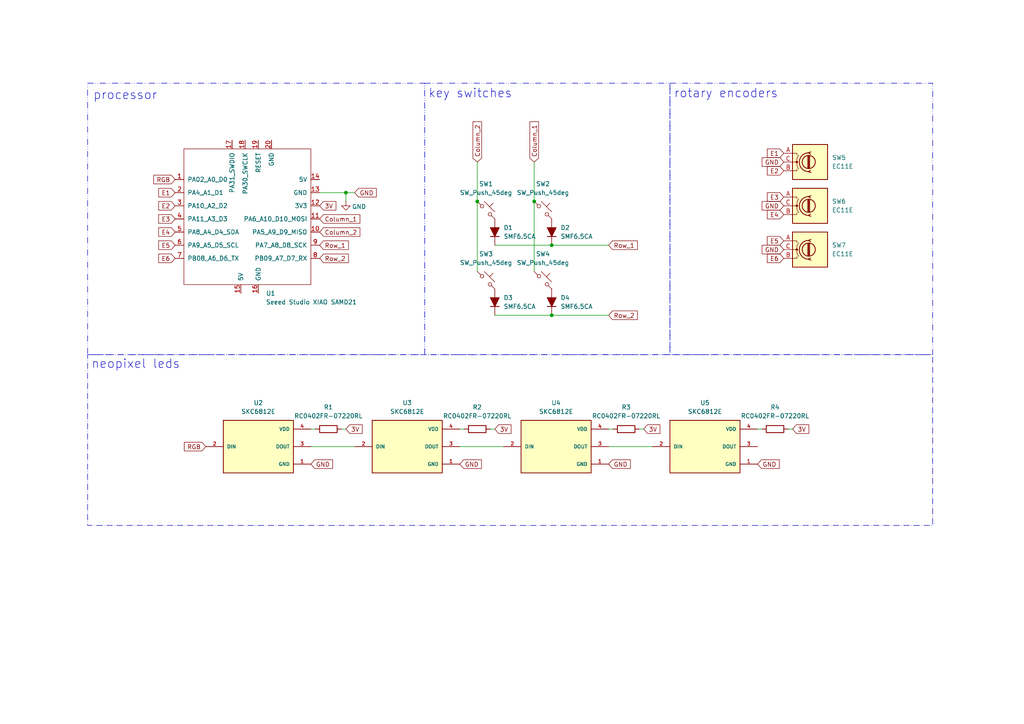
<source format=kicad_sch>
(kicad_sch (version 20231120) (generator "eeschema") (generator_version "8.0")
  (paper "A4")
  (lib_symbols
    (symbol "Device:D_Filled" (pin_numbers hide) (pin_names (offset 1.016) hide)
      (property "Reference" "D" (at 0 2.54 0))
      (property "Value" "D_Filled" (at 0 -2.54 0))
      (symbol "D_Filled_0_1"
        (polyline (pts (xy -1.27 1.27) (xy -1.27 -1.27)) (stroke (width 0.254)))
        (polyline (pts (xy 1.27 0) (xy -1.27 0)))
        (polyline (pts (xy 1.27 1.27) (xy 1.27 -1.27) (xy -1.27 0) (xy 1.27 1.27)) (stroke (width 0.254)) (fill (type outline)))
      )
      (symbol "D_Filled_1_1"
        (pin passive line (at -3.81 0 0) (length 2.54) (name "K") (number "1"))
        (pin passive line (at 3.81 0 180) (length 2.54) (name "A") (number "2"))
      )
    )
    (symbol "Device:R" (pin_numbers hide) (pin_names (offset 0))
      (property "Reference" "R" (at 2.032 0 90))
      (property "Value" "R" (at 0 0 90))
      (symbol "R_0_1"
        (rectangle (start -1.016 -2.54) (end 1.016 2.54) (stroke (width 0.254)))
      )
      (symbol "R_1_1"
        (pin passive line (at 0 3.81 270) (length 1.27) (name "~") (number "1"))
        (pin passive line (at 0 -3.81 90) (length 1.27) (name "~") (number "2"))
      )
    )
    (symbol "Device:RotaryEncoder" (pin_names (offset 0.254) hide)
      (property "Reference" "SW5" (at 6.35 1.2701 0))
      (property "Value" "EC11E" (at 6.35 -1.2699 0))
      (symbol "RotaryEncoder_0_1"
        (rectangle (start -5.08 5.08) (end 5.08 -5.08) (stroke (width 0.254)) (fill (type background)))
        (circle (center -3.81 0) (radius 0.254) (fill (type outline)))
        (circle (center -0.381 0) (radius 1.905) (stroke (width 0.254)))
        (arc (start -0.381 2.667) (mid -3.0988 -0.0635) (end -0.381 -2.794) (stroke (width 0.254)))
        (polyline (pts (xy -0.635 -1.778) (xy -0.635 1.778)) (stroke (width 0.254)))
        (polyline (pts (xy -0.381 -1.778) (xy -0.381 1.778)) (stroke (width 0.254)))
        (polyline (pts (xy -0.127 1.778) (xy -0.127 -1.778)) (stroke (width 0.254)))
        (polyline (pts (xy -5.08 -2.54) (xy -3.81 -2.54) (xy -3.81 -2.032)))
        (polyline (pts (xy -5.08 2.54) (xy -3.81 2.54) (xy -3.81 2.032)))
        (polyline (pts (xy 0.254 -3.048) (xy -0.508 -2.794) (xy 0.127 -2.413)) (stroke (width 0.254)))
        (polyline (pts (xy 0.254 2.921) (xy -0.508 2.667) (xy 0.127 2.286)) (stroke (width 0.254)))
        (polyline (pts (xy -5.08 0) (xy -3.81 0) (xy -3.81 -1.016) (xy -3.302 -2.032)))
        (polyline (pts (xy -4.318 0) (xy -3.81 0) (xy -3.81 1.016) (xy -3.302 2.032)))
      )
      (symbol "RotaryEncoder_1_1"
        (pin passive line (at -7.62 2.54 0) (length 2.54) (name "A") (number "A"))
        (pin passive line (at -7.62 -2.54 0) (length 2.54) (name "B") (number "B"))
        (pin passive line (at -7.62 0 0) (length 2.54) (name "C") (number "C"))
      )
    )
    (symbol "RotaryEncoder_1" (pin_names (offset 0.254) hide)
      (property "Reference" "SW7" (at 6.35 1.2701 0))
      (property "Value" "EC11E" (at 6.35 -1.2699 0))
      (symbol "RotaryEncoder_1_0_1"
        (rectangle (start -5.08 5.08) (end 5.08 -5.08) (stroke (width 0.254)) (fill (type background)))
        (circle (center -3.81 0) (radius 0.254) (fill (type outline)))
        (circle (center -0.381 0) (radius 1.905) (stroke (width 0.254)))
        (arc (start -0.381 2.667) (mid -3.0988 -0.0635) (end -0.381 -2.794) (stroke (width 0.254)))
        (polyline (pts (xy -0.635 -1.778) (xy -0.635 1.778)) (stroke (width 0.254)))
        (polyline (pts (xy -0.381 -1.778) (xy -0.381 1.778)) (stroke (width 0.254)))
        (polyline (pts (xy -0.127 1.778) (xy -0.127 -1.778)) (stroke (width 0.254)))
        (polyline (pts (xy -5.08 -2.54) (xy -3.81 -2.54) (xy -3.81 -2.032)))
        (polyline (pts (xy -5.08 2.54) (xy -3.81 2.54) (xy -3.81 2.032)))
        (polyline (pts (xy 0.254 -3.048) (xy -0.508 -2.794) (xy 0.127 -2.413)) (stroke (width 0.254)))
        (polyline (pts (xy 0.254 2.921) (xy -0.508 2.667) (xy 0.127 2.286)) (stroke (width 0.254)))
        (polyline (pts (xy -5.08 0) (xy -3.81 0) (xy -3.81 -1.016) (xy -3.302 -2.032)))
        (polyline (pts (xy -4.318 0) (xy -3.81 0) (xy -3.81 1.016) (xy -3.302 2.032)))
      )
      (symbol "RotaryEncoder_1_1_1"
        (pin passive line (at -7.62 2.54 0) (length 2.54) (name "A") (number "A"))
        (pin passive line (at -7.62 -2.54 0) (length 2.54) (name "B") (number "B"))
        (pin passive line (at -7.62 0 0) (length 2.54) (name "C") (number "C"))
      )
    )
    (symbol "RotaryEncoder_2" (pin_names (offset 0.254) hide)
      (property "Reference" "SW6" (at 6.35 1.2701 0))
      (property "Value" "EC11E" (at 6.35 -1.2699 0))
      (symbol "RotaryEncoder_2_0_1"
        (rectangle (start -5.08 5.08) (end 5.08 -5.08) (stroke (width 0.254)) (fill (type background)))
        (circle (center -3.81 0) (radius 0.254) (fill (type outline)))
        (circle (center -0.381 0) (radius 1.905) (stroke (width 0.254)))
        (arc (start -0.381 2.667) (mid -3.0988 -0.0635) (end -0.381 -2.794) (stroke (width 0.254)))
        (polyline (pts (xy -0.635 -1.778) (xy -0.635 1.778)) (stroke (width 0.254)))
        (polyline (pts (xy -0.381 -1.778) (xy -0.381 1.778)) (stroke (width 0.254)))
        (polyline (pts (xy -0.127 1.778) (xy -0.127 -1.778)) (stroke (width 0.254)))
        (polyline (pts (xy -5.08 -2.54) (xy -3.81 -2.54) (xy -3.81 -2.032)))
        (polyline (pts (xy -5.08 2.54) (xy -3.81 2.54) (xy -3.81 2.032)))
        (polyline (pts (xy 0.254 -3.048) (xy -0.508 -2.794) (xy 0.127 -2.413)) (stroke (width 0.254)))
        (polyline (pts (xy 0.254 2.921) (xy -0.508 2.667) (xy 0.127 2.286)) (stroke (width 0.254)))
        (polyline (pts (xy -5.08 0) (xy -3.81 0) (xy -3.81 -1.016) (xy -3.302 -2.032)))
        (polyline (pts (xy -4.318 0) (xy -3.81 0) (xy -3.81 1.016) (xy -3.302 2.032)))
      )
      (symbol "RotaryEncoder_2_1_1"
        (pin passive line (at -7.62 2.54 0) (length 2.54) (name "A") (number "A"))
        (pin passive line (at -7.62 -2.54 0) (length 2.54) (name "B") (number "B"))
        (pin passive line (at -7.62 0 0) (length 2.54) (name "C") (number "C"))
      )
    )
    (symbol "Seeed_Studio_XIAO_Series:Seeed Studio XIAO SAMD21" (pin_names (offset 1.016))
      (property "Reference" "U" (at -19.05 22.86 0))
      (property "Value" "Seeed Studio XIAO SAMD21" (at -12.7 21.59 0))
      (symbol "Seeed Studio XIAO SAMD21_0_1"
        (rectangle (start -19.05 20.32) (end 17.78 -19.05))
      )
      (symbol "Seeed Studio XIAO SAMD21_1_1"
        (pin unspecified line (at -21.59 11.43 0) (length 2.54) (name "PA02_A0_D0") (number "1"))
        (pin unspecified line (at 20.32 -3.81 180) (length 2.54) (name "PA5_A9_D9_MISO") (number "10"))
        (pin unspecified line (at 20.32 0 180) (length 2.54) (name "PA6_A10_D10_MOSI") (number "11"))
        (pin unspecified line (at 20.32 3.81 180) (length 2.54) (name "3V3") (number "12"))
        (pin unspecified line (at 20.32 7.62 180) (length 2.54) (name "GND") (number "13"))
        (pin unspecified line (at 20.32 11.43 180) (length 2.54) (name "5V") (number "14"))
        (pin input line (at -2.54 -21.59 90) (length 2.54) (name "5V") (number "15"))
        (pin input line (at 2.54 -21.59 90) (length 2.54) (name "GND") (number "16"))
        (pin input line (at -5.08 22.86 270) (length 2.54) (name "PA31_SWDIO") (number "17"))
        (pin input line (at -1.27 22.86 270) (length 2.54) (name "PA30_SWCLK") (number "18"))
        (pin input line (at 2.54 22.86 270) (length 2.54) (name "RESET") (number "19"))
        (pin unspecified line (at -21.59 7.62 0) (length 2.54) (name "PA4_A1_D1") (number "2"))
        (pin input line (at 6.35 22.86 270) (length 2.54) (name "GND") (number "20"))
        (pin unspecified line (at -21.59 3.81 0) (length 2.54) (name "PA10_A2_D2") (number "3"))
        (pin unspecified line (at -21.59 0 0) (length 2.54) (name "PA11_A3_D3") (number "4"))
        (pin unspecified line (at -21.59 -3.81 0) (length 2.54) (name "PA8_A4_D4_SDA") (number "5"))
        (pin unspecified line (at -21.59 -7.62 0) (length 2.54) (name "PA9_A5_D5_SCL") (number "6"))
        (pin unspecified line (at -21.59 -11.43 0) (length 2.54) (name "PB08_A6_D6_TX") (number "7"))
        (pin unspecified line (at 20.32 -11.43 180) (length 2.54) (name "PB09_A7_D7_RX") (number "8"))
        (pin unspecified line (at 20.32 -7.62 180) (length 2.54) (name "PA7_A8_D8_SCK") (number "9"))
      )
    )
    (symbol "Snapeda:LC8812B" (pin_names (offset 1.016))
      (property "Reference" "U" (at -10.16 8.89 0))
      (property "Value" "LC8812B" (at -10.16 -10.16 0))
      (symbol "LC8812B_0_0"
        (rectangle (start -10.16 -7.62) (end 10.16 7.62) (stroke (width 0.254)) (fill (type background)))
        (pin power_in line (at 15.24 -5.08 180) (length 5.08) (name "GND") (number "1"))
        (pin input line (at -15.24 0 0) (length 5.08) (name "DIN") (number "2"))
        (pin output line (at 15.24 0 180) (length 5.08) (name "DOUT") (number "3"))
        (pin power_in line (at 15.24 5.08 180) (length 5.08) (name "VDD") (number "4"))
      )
    )
    (symbol "Switch:SW_Push_45deg" (pin_numbers hide) (pin_names (offset 1.016) hide)
      (property "Reference" "SW" (at 3.048 1.016 0))
      (property "Value" "SW_Push_45deg" (at 0 -3.81 0))
      (symbol "SW_Push_45deg_0_1"
        (circle (center -1.1684 1.1684) (radius 0.508))
        (polyline (pts (xy -0.508 2.54) (xy 2.54 -0.508)))
        (polyline (pts (xy 1.016 1.016) (xy 2.032 2.032)))
        (polyline (pts (xy -2.54 2.54) (xy -1.524 1.524) (xy -1.524 1.524)))
        (polyline (pts (xy 1.524 -1.524) (xy 2.54 -2.54) (xy 2.54 -2.54) (xy 2.54 -2.54)))
        (circle (center 1.143 -1.1938) (radius 0.508))
        (pin passive line (at -2.54 2.54 0) (length 0) (name "1") (number "1"))
        (pin passive line (at 2.54 -2.54 180) (length 0) (name "2") (number "2"))
      )
    )
    (symbol "power:GND" (power) (pin_numbers hide) (pin_names (offset 0) hide)
      (property "Value" "GND" (at 0 -3.81 0))
      (symbol "GND_0_1"
        (polyline (pts (xy 0 0) (xy 0 -1.27) (xy 1.27 -1.27) (xy 0 -2.54) (xy -1.27 -1.27) (xy 0 -1.27)))
      )
      (symbol "GND_1_1"
        (pin power_in line (at 0 0 270) (length 0) (name "~") (number "1"))
      )
    )
  )
  (junction (at 138.43 58.42))
  (junction (at 154.94 58.42))
  (junction (at 100.33 55.88))
  (junction (at 160.02 71.12))
  (junction (at 160.02 91.44))
  (wire (pts (xy 100.33 124.46) (xy 99.06 124.46)))
  (wire (pts (xy 138.43 58.42) (xy 138.43 78.74)))
  (wire (pts (xy 100.33 55.88) (xy 92.71 55.88)))
  (wire (pts (xy 154.94 46.99) (xy 154.94 58.42)))
  (wire (pts (xy 229.87 124.46) (xy 228.6 124.46)))
  (wire (pts (xy 160.02 71.12) (xy 176.53 71.12)))
  (wire (pts (xy 90.17 129.54) (xy 102.87 129.54)))
  (wire (pts (xy 102.87 55.88) (xy 100.33 55.88)))
  (wire (pts (xy 133.35 129.54) (xy 146.05 129.54)))
  (wire (pts (xy 143.51 124.46) (xy 142.24 124.46)))
  (wire (pts (xy 100.33 55.88) (xy 100.33 58.42)))
  (wire (pts (xy 176.53 129.54) (xy 189.23 129.54)))
  (wire (pts (xy 91.44 124.46) (xy 90.17 124.46)))
  (wire (pts (xy 138.43 46.99) (xy 138.43 58.42)))
  (wire (pts (xy 143.51 91.44) (xy 160.02 91.44)))
  (wire (pts (xy 154.94 58.42) (xy 154.94 78.74)))
  (wire (pts (xy 143.51 71.12) (xy 160.02 71.12)))
  (wire (pts (xy 186.69 124.46) (xy 185.42 124.46)))
  (wire (pts (xy 220.98 124.46) (xy 219.71 124.46)))
  (wire (pts (xy 177.8 124.46) (xy 176.53 124.46)))
  (wire (pts (xy 134.62 124.46) (xy 133.35 124.46)))
  (wire (pts (xy 160.02 91.44) (xy 176.53 91.44)))
  (rectangle (start 25.4 102.87) (end 270.51 152.4) (stroke (width 0) (type dash_dot)))
  (rectangle (start 25.4 24.13) (end 123.19 102.87) (stroke (width 0) (type dash_dot_dot)))
  (rectangle (start 123.19 24.13) (end 194.31 102.87) (stroke (width 0) (type dash_dot_dot)))
  (rectangle (start 194.31 24.13) (end 270.51 102.87) (stroke (width 0) (type dash_dot_dot)))
  (text "key switches" (at 136.398 27.178 0) (effects (font (size 2.54 2.54))))
  (text "rotary encoders" (at 210.566 27.178 0) (effects (font (size 2.54 2.54))))
  (text "neopixel leds" (at 39.37 105.664 0) (effects (font (size 2.54 2.54))))
  (text "processor" (at 36.322 27.686 0) (effects (font (size 2.54 2.54))))
  (global_label "Row_1" (shape input) (at 92.71 71.12 0) (property "Intersheetrefs" "${INTERSHEET_REFS}" (effects (hide yes))))
  (global_label "E6" (shape input) (at 227.33 74.93 180) (property "Intersheetrefs" "${INTERSHEET_REFS}" (effects (hide yes))))
  (global_label "GND" (shape input) (at 219.71 134.62 0) (property "Intersheetrefs" "${INTERSHEET_REFS}" (effects (hide yes))))
  (global_label "E4" (shape input) (at 227.33 62.23 180) (property "Intersheetrefs" "${INTERSHEET_REFS}" (effects (hide yes))))
  (global_label "E5" (shape input) (at 227.33 69.85 180) (property "Intersheetrefs" "${INTERSHEET_REFS}" (effects (hide yes))))
  (global_label "3V" (shape input) (at 92.71 59.69 0) (property "Intersheetrefs" "${INTERSHEET_REFS}" (effects (hide yes))))
  (global_label "3V" (shape input) (at 100.33 124.46 0) (property "Intersheetrefs" "${INTERSHEET_REFS}" (effects (hide yes))))
  (global_label "GND" (shape input) (at 227.33 46.99 180) (property "Intersheetrefs" "${INTERSHEET_REFS}" (effects (hide yes))))
  (global_label "Column_1" (shape input) (at 154.94 46.99 90) (property "Intersheetrefs" "${INTERSHEET_REFS}" (effects (hide yes))))
  (global_label "E3" (shape input) (at 227.33 57.15 180) (property "Intersheetrefs" "${INTERSHEET_REFS}" (effects (hide yes))))
  (global_label "RGB" (shape input) (at 50.8 52.07 180) (property "Intersheetrefs" "${INTERSHEET_REFS}" (effects (hide yes))))
  (global_label "RGB" (shape input) (at 59.69 129.54 180) (property "Intersheetrefs" "${INTERSHEET_REFS}" (effects (hide yes))))
  (global_label "Row_1" (shape input) (at 176.53 71.12 0) (property "Intersheetrefs" "${INTERSHEET_REFS}" (effects (hide yes))))
  (global_label "GND" (shape input) (at 176.53 134.62 0) (property "Intersheetrefs" "${INTERSHEET_REFS}" (effects (hide yes))))
  (global_label "3V" (shape input) (at 229.87 124.46 0) (property "Intersheetrefs" "${INTERSHEET_REFS}" (effects (hide yes))))
  (global_label "3V" (shape input) (at 186.69 124.46 0) (property "Intersheetrefs" "${INTERSHEET_REFS}" (effects (hide yes))))
  (global_label "E6" (shape input) (at 50.8 74.93 180) (property "Intersheetrefs" "${INTERSHEET_REFS}" (effects (hide yes))))
  (global_label "E1" (shape input) (at 50.8 55.88 180) (property "Intersheetrefs" "${INTERSHEET_REFS}" (effects (hide yes))))
  (global_label "GND" (shape input) (at 102.87 55.88 0) (property "Intersheetrefs" "${INTERSHEET_REFS}" (effects (hide yes))))
  (global_label "Column_2" (shape input) (at 92.71 67.31 0) (property "Intersheetrefs" "${INTERSHEET_REFS}" (effects (hide yes))))
  (global_label "GND" (shape input) (at 227.33 72.39 180) (property "Intersheetrefs" "${INTERSHEET_REFS}" (effects (hide yes))))
  (global_label "GND" (shape input) (at 90.17 134.62 0) (property "Intersheetrefs" "${INTERSHEET_REFS}" (effects (hide yes))))
  (global_label "GND" (shape input) (at 227.33 59.69 180) (property "Intersheetrefs" "${INTERSHEET_REFS}" (effects (hide yes))))
  (global_label "E3" (shape input) (at 50.8 63.5 180) (property "Intersheetrefs" "${INTERSHEET_REFS}" (effects (hide yes))))
  (global_label "E4" (shape input) (at 50.8 67.31 180) (property "Intersheetrefs" "${INTERSHEET_REFS}" (effects (hide yes))))
  (global_label "E2" (shape input) (at 227.33 49.53 180) (property "Intersheetrefs" "${INTERSHEET_REFS}" (effects (hide yes))))
  (global_label "3V" (shape input) (at 143.51 124.46 0) (property "Intersheetrefs" "${INTERSHEET_REFS}" (effects (hide yes))))
  (global_label "Row_2" (shape input) (at 176.53 91.44 0) (property "Intersheetrefs" "${INTERSHEET_REFS}" (effects (hide yes))))
  (global_label "E1" (shape input) (at 227.33 44.45 180) (property "Intersheetrefs" "${INTERSHEET_REFS}" (effects (hide yes))))
  (global_label "Column_1" (shape input) (at 92.71 63.5 0) (property "Intersheetrefs" "${INTERSHEET_REFS}" (effects (hide yes))))
  (global_label "E5" (shape input) (at 50.8 71.12 180) (property "Intersheetrefs" "${INTERSHEET_REFS}" (effects (hide yes))))
  (global_label "Column_2" (shape input) (at 138.43 46.99 90) (property "Intersheetrefs" "${INTERSHEET_REFS}" (effects (hide yes))))
  (global_label "GND" (shape input) (at 133.35 134.62 0) (property "Intersheetrefs" "${INTERSHEET_REFS}" (effects (hide yes))))
  (global_label "E2" (shape input) (at 50.8 59.69 180) (property "Intersheetrefs" "${INTERSHEET_REFS}" (effects (hide yes))))
  (global_label "Row_2" (shape input) (at 92.71 74.93 0) (property "Intersheetrefs" "${INTERSHEET_REFS}" (effects (hide yes))))
  (symbol (lib_id "Switch:SW_Push_45deg") (at 140.97 81.28 0) (unit 1)
    (property "Reference" "SW3" (at 140.97 73.66 0))
    (property "Value" "SW_Push_45deg" (at 140.97 76.2 0))
    (property "Footprint" "1_udu3324_foot_Library:SW_Cherry_MX_1.00u_PCB_with_model" (effects (hide yes)))
    (property "Description" "Push button switch, normally open, two pins, 45° tilted" (effects (hide yes)))
  )
  (symbol (lib_id "Snapeda:LC8812B") (at 161.29 129.54 0) (unit 1)
    (property "Reference" "U4" (at 161.29 116.84 0))
    (property "Value" "SKC6812E" (at 161.29 119.38 0))
    (property "Footprint" "Snapeda:LC8812B_SOL320P540X157-4N" (effects (hide yes)))
    (property "MF" "Shenzhen LED Color Optoelectronic Inc." (effects (hide yes)))
    (property "MAXIMUM_PACKAGE_HEIGHT" "1.57 mm" (effects (hide yes)))
    (property "Package" "Package" (effects (hide yes)))
    (property "Price" "None" (effects (hide yes)))
    (property "Check_prices" "https://www.snapeda.com/parts/LC8812B/Shenzhen+LED+Color+Optoelectronic+Inc./view-part/?ref=eda" (effects (hide yes)))
    (property "STANDARD" "IPC 7351B" (effects (hide yes)))
    (property "PARTREV" "A/20" (effects (hide yes)))
    (property "SnapEDA_Link" "https://www.snapeda.com/parts/LC8812B/Shenzhen+LED+Color+Optoelectronic+Inc./view-part/?ref=snap" (effects (hide yes)))
    (property "MP" "LC8812B" (effects (hide yes)))
    (property "Description_1" "\n5050 SMD 0.2W intelligent external control LED\n" (effects (hide yes)))
    (property "MANUFACTURER" "Shenzhen LED Color Co.,LTD" (effects (hide yes)))
    (property "Availability" "Not in stock" (effects (hide yes)))
    (property "SNAPEDA_PN" "LC8812B" (effects (hide yes)))
  )
  (symbol (lib_id "Device:D_Filled") (at 160.02 67.31 90) (unit 1)
    (property "Reference" "D2" (at 162.56 66.0399 90) (effects (justify right)))
    (property "Value" "SMF6.5CA" (at 162.56 68.5799 90) (effects (justify right)))
    (property "Footprint" "Diode_SMD:D_SOD-123" (effects (hide yes)))
    (property "Description" "Diode, filled shape" (effects (hide yes)))
    (property "Sim.Device" "D" (effects (hide yes)))
    (property "Sim.Pins" "1=K 2=A" (effects (hide yes)))
  )
  (symbol (lib_name "RotaryEncoder_1") (lib_id "Device:RotaryEncoder") (at 234.95 72.39 0) (unit 1)
    (property "Reference" "SW7" (at 241.3 71.1199 0) (effects (justify left)))
    (property "Value" "EC11E" (at 241.3 73.6599 0) (effects (justify left)))
    (property "Footprint" "1_udu3324_foot_Library:RotaryEncoder_Alps_EC11E-Switch_Vertical_H20mm_with_model" (effects (hide yes)))
    (property "Description" "Rotary encoder, dual channel, incremental quadrate outputs" (effects (hide yes)))
  )
  (symbol (lib_id "Switch:SW_Push_45deg") (at 157.48 81.28 0) (unit 1)
    (property "Reference" "SW4" (at 157.48 73.66 0))
    (property "Value" "SW_Push_45deg" (at 157.48 76.2 0))
    (property "Footprint" "1_udu3324_foot_Library:SW_Cherry_MX_1.00u_PCB_with_model" (effects (hide yes)))
    (property "Description" "Push button switch, normally open, two pins, 45° tilted" (effects (hide yes)))
  )
  (symbol (lib_id "Device:D_Filled") (at 160.02 87.63 90) (unit 1)
    (property "Reference" "D4" (at 162.56 86.3599 90) (effects (justify right)))
    (property "Value" "SMF6.5CA" (at 162.56 88.8999 90) (effects (justify right)))
    (property "Footprint" "Diode_SMD:D_SOD-123" (effects (hide yes)))
    (property "Description" "Diode, filled shape" (effects (hide yes)))
    (property "Sim.Device" "D" (effects (hide yes)))
    (property "Sim.Pins" "1=K 2=A" (effects (hide yes)))
  )
  (symbol (lib_id "Device:D_Filled") (at 143.51 67.31 90) (unit 1)
    (property "Reference" "D1" (at 146.05 66.0399 90) (effects (justify right)))
    (property "Value" "SMF6.5CA" (at 146.05 68.5799 90) (effects (justify right)))
    (property "Footprint" "Diode_SMD:D_SOD-123" (effects (hide yes)))
    (property "Description" "Diode, filled shape" (effects (hide yes)))
    (property "Sim.Device" "D" (effects (hide yes)))
    (property "Sim.Pins" "1=K 2=A" (effects (hide yes)))
  )
  (symbol (lib_id "power:GND") (at 100.33 58.42 0) (unit 1)
    (property "Reference" "#PWR01" (effects (hide yes)))
    (property "Value" "GND" (at 104.14 59.944 0))
    (property "Description" "Power symbol creates a global label with name \"GND\" , ground" (effects (hide yes)))
  )
  (symbol (lib_id "Snapeda:LC8812B") (at 74.93 129.54 0) (unit 1)
    (property "Reference" "U2" (at 74.93 116.84 0))
    (property "Value" "SKC6812E" (at 74.93 119.38 0))
    (property "Footprint" "Snapeda:LC8812B_SOL320P540X157-4N" (effects (hide yes)))
    (property "MF" "Shenzhen LED Color Optoelectronic Inc." (effects (hide yes)))
    (property "MAXIMUM_PACKAGE_HEIGHT" "1.57 mm" (effects (hide yes)))
    (property "Package" "Package" (effects (hide yes)))
    (property "Price" "None" (effects (hide yes)))
    (property "Check_prices" "https://www.snapeda.com/parts/LC8812B/Shenzhen+LED+Color+Optoelectronic+Inc./view-part/?ref=eda" (effects (hide yes)))
    (property "STANDARD" "IPC 7351B" (effects (hide yes)))
    (property "PARTREV" "A/20" (effects (hide yes)))
    (property "SnapEDA_Link" "https://www.snapeda.com/parts/LC8812B/Shenzhen+LED+Color+Optoelectronic+Inc./view-part/?ref=snap" (effects (hide yes)))
    (property "MP" "LC8812B" (effects (hide yes)))
    (property "Description_1" "\n5050 SMD 0.2W intelligent external control LED\n" (effects (hide yes)))
    (property "MANUFACTURER" "Shenzhen LED Color Co.,LTD" (effects (hide yes)))
    (property "Availability" "Not in stock" (effects (hide yes)))
    (property "SNAPEDA_PN" "LC8812B" (effects (hide yes)))
  )
  (symbol (lib_id "Device:R") (at 181.61 124.46 90) (unit 1)
    (property "Reference" "R3" (at 181.61 118.11 90))
    (property "Value" "RC0402FR-07220RL" (at 181.61 120.65 90))
    (property "Footprint" "Resistor_SMD:R_0402_1005Metric" (effects (hide yes)))
    (property "Description" "220 ohm resistor" (effects (hide yes)))
  )
  (symbol (lib_id "Switch:SW_Push_45deg") (at 140.97 60.96 0) (unit 1)
    (property "Reference" "SW1" (at 140.97 53.34 0))
    (property "Value" "SW_Push_45deg" (at 140.97 55.88 0))
    (property "Footprint" "1_udu3324_foot_Library:SW_Cherry_MX_1.00u_PCB_with_model" (effects (hide yes)))
    (property "Description" "Push button switch, normally open, two pins, 45° tilted" (effects (hide yes)))
  )
  (symbol (lib_id "Device:R") (at 95.25 124.46 90) (unit 1)
    (property "Reference" "R1" (at 95.25 118.11 90))
    (property "Value" "RC0402FR-07220RL" (at 95.25 120.65 90))
    (property "Footprint" "Resistor_SMD:R_0402_1005Metric" (effects (hide yes)))
    (property "Description" "220 ohm resistor" (effects (hide yes)))
  )
  (symbol (lib_name "RotaryEncoder_2") (lib_id "Device:RotaryEncoder") (at 234.95 59.69 0) (unit 1)
    (property "Reference" "SW6" (at 241.3 58.4199 0) (effects (justify left)))
    (property "Value" "EC11E" (at 241.3 60.9599 0) (effects (justify left)))
    (property "Footprint" "1_udu3324_foot_Library:RotaryEncoder_Alps_EC11E-Switch_Vertical_H20mm_with_model" (effects (hide yes)))
    (property "Description" "Rotary encoder, dual channel, incremental quadrate outputs" (effects (hide yes)))
  )
  (symbol (lib_id "Device:D_Filled") (at 143.51 87.63 90) (unit 1)
    (property "Reference" "D3" (at 146.05 86.3599 90) (effects (justify right)))
    (property "Value" "SMF6.5CA" (at 146.05 88.8999 90) (effects (justify right)))
    (property "Footprint" "Diode_SMD:D_SOD-123" (effects (hide yes)))
    (property "Description" "Diode, filled shape" (effects (hide yes)))
    (property "Sim.Device" "D" (effects (hide yes)))
    (property "Sim.Pins" "1=K 2=A" (effects (hide yes)))
  )
  (symbol (lib_id "Device:R") (at 224.79 124.46 90) (unit 1)
    (property "Reference" "R4" (at 224.79 118.11 90))
    (property "Value" "RC0402FR-07220RL" (at 224.79 120.65 90))
    (property "Footprint" "Resistor_SMD:R_0402_1005Metric" (effects (hide yes)))
    (property "Description" "220 ohm resistor" (effects (hide yes)))
  )
  (symbol (lib_id "Switch:SW_Push_45deg") (at 157.48 60.96 0) (unit 1)
    (property "Reference" "SW2" (at 157.48 53.34 0))
    (property "Value" "SW_Push_45deg" (at 157.48 55.88 0))
    (property "Footprint" "1_udu3324_foot_Library:SW_Cherry_MX_1.00u_PCB_with_model" (effects (hide yes)))
    (property "Description" "Push button switch, normally open, two pins, 45° tilted" (effects (hide yes)))
  )
  (symbol (lib_id "Device:R") (at 138.43 124.46 90) (unit 1)
    (property "Reference" "R2" (at 138.43 118.11 90))
    (property "Value" "RC0402FR-07220RL" (at 138.43 120.65 90))
    (property "Footprint" "Resistor_SMD:R_0402_1005Metric" (effects (hide yes)))
    (property "Description" "220 ohm resistor" (effects (hide yes)))
  )
  (symbol (lib_id "Snapeda:LC8812B") (at 204.47 129.54 0) (unit 1)
    (property "Reference" "U5" (at 204.47 116.84 0))
    (property "Value" "SKC6812E" (at 204.47 119.38 0))
    (property "Footprint" "Snapeda:LC8812B_SOL320P540X157-4N" (effects (hide yes)))
    (property "MF" "Shenzhen LED Color Optoelectronic Inc." (effects (hide yes)))
    (property "MAXIMUM_PACKAGE_HEIGHT" "1.57 mm" (effects (hide yes)))
    (property "Package" "Package" (effects (hide yes)))
    (property "Price" "None" (effects (hide yes)))
    (property "Check_prices" "https://www.snapeda.com/parts/LC8812B/Shenzhen+LED+Color+Optoelectronic+Inc./view-part/?ref=eda" (effects (hide yes)))
    (property "STANDARD" "IPC 7351B" (effects (hide yes)))
    (property "PARTREV" "A/20" (effects (hide yes)))
    (property "SnapEDA_Link" "https://www.snapeda.com/parts/LC8812B/Shenzhen+LED+Color+Optoelectronic+Inc./view-part/?ref=snap" (effects (hide yes)))
    (property "MP" "LC8812B" (effects (hide yes)))
    (property "Description_1" "\n5050 SMD 0.2W intelligent external control LED\n" (effects (hide yes)))
    (property "MANUFACTURER" "Shenzhen LED Color Co.,LTD" (effects (hide yes)))
    (property "Availability" "Not in stock" (effects (hide yes)))
    (property "SNAPEDA_PN" "LC8812B" (effects (hide yes)))
  )
  (symbol (lib_id "Device:RotaryEncoder") (at 234.95 46.99 0) (unit 1)
    (property "Reference" "SW5" (at 241.3 45.7199 0) (effects (justify left)))
    (property "Value" "EC11E" (at 241.3 48.2599 0) (effects (justify left)))
    (property "Footprint" "1_udu3324_foot_Library:RotaryEncoder_Alps_EC11E-Switch_Vertical_H20mm_with_model" (effects (hide yes)))
    (property "Description" "Rotary encoder, dual channel, incremental quadrate outputs" (effects (hide yes)))
  )
  (symbol (lib_id "Snapeda:LC8812B") (at 118.11 129.54 0) (unit 1)
    (property "Reference" "U3" (at 118.11 116.84 0))
    (property "Value" "SKC6812E" (at 118.11 119.38 0))
    (property "Footprint" "Snapeda:LC8812B_SOL320P540X157-4N" (effects (hide yes)))
    (property "MF" "Shenzhen LED Color Optoelectronic Inc." (effects (hide yes)))
    (property "MAXIMUM_PACKAGE_HEIGHT" "1.57 mm" (effects (hide yes)))
    (property "Package" "Package" (effects (hide yes)))
    (property "Price" "None" (effects (hide yes)))
    (property "Check_prices" "https://www.snapeda.com/parts/LC8812B/Shenzhen+LED+Color+Optoelectronic+Inc./view-part/?ref=eda" (effects (hide yes)))
    (property "STANDARD" "IPC 7351B" (effects (hide yes)))
    (property "PARTREV" "A/20" (effects (hide yes)))
    (property "SnapEDA_Link" "https://www.snapeda.com/parts/LC8812B/Shenzhen+LED+Color+Optoelectronic+Inc./view-part/?ref=snap" (effects (hide yes)))
    (property "MP" "LC8812B" (effects (hide yes)))
    (property "Description_1" "\n5050 SMD 0.2W intelligent external control LED\n" (effects (hide yes)))
    (property "MANUFACTURER" "Shenzhen LED Color Co.,LTD" (effects (hide yes)))
    (property "Availability" "Not in stock" (effects (hide yes)))
    (property "SNAPEDA_PN" "LC8812B" (effects (hide yes)))
  )
  (symbol (lib_id "Seeed_Studio_XIAO_Series:Seeed Studio XIAO SAMD21") (at 72.39 63.5 0) (unit 1)
    (property "Reference" "U1" (at 77.1241 85.09 0) (effects (justify left)))
    (property "Value" "Seeed Studio XIAO SAMD21" (at 77.1241 87.63 0) (effects (justify left)))
    (property "Footprint" "RF_Module:MCU_Seeed_ESP32C3" (effects (hide yes)))
  )
)
</source>
